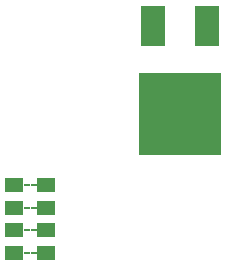
<source format=gbp>
G04 #@! TF.FileFunction,Paste,Bot*
%FSLAX46Y46*%
G04 Gerber Fmt 4.6, Leading zero omitted, Abs format (unit mm)*
G04 Created by KiCad (PCBNEW 4.0.7-e2-6376~58~ubuntu16.04.1) date Mon Oct  9 19:50:18 2017*
%MOMM*%
%LPD*%
G01*
G04 APERTURE LIST*
%ADD10C,0.100000*%
%ADD11R,2.000000X3.500000*%
%ADD12R,7.000000X7.000000*%
%ADD13R,0.600000X0.152400*%
%ADD14R,1.500000X1.300000*%
G04 APERTURE END LIST*
D10*
D11*
X148068000Y-98295000D03*
X152648000Y-98295000D03*
D12*
X150368000Y-105695000D03*
D13*
X137968000Y-113665000D03*
D14*
X139018000Y-113665000D03*
X136318000Y-113665000D03*
D13*
X137368000Y-113665000D03*
X137968000Y-115570000D03*
D14*
X139018000Y-115570000D03*
X136318000Y-115570000D03*
D13*
X137368000Y-115570000D03*
X137968000Y-117475000D03*
D14*
X139018000Y-117475000D03*
X136318000Y-117475000D03*
D13*
X137368000Y-117475000D03*
X137968000Y-111760000D03*
D14*
X139018000Y-111760000D03*
X136318000Y-111760000D03*
D13*
X137368000Y-111760000D03*
M02*

</source>
